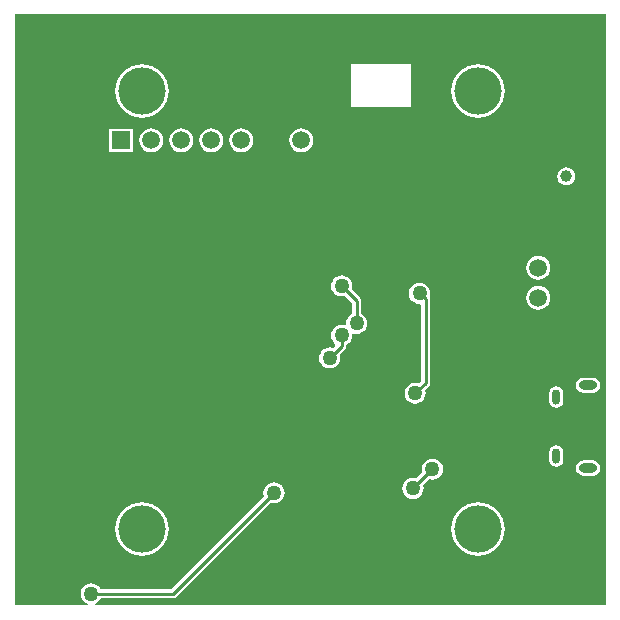
<source format=gbl>
G04*
G04 #@! TF.GenerationSoftware,Altium Limited,Altium Designer,18.1.11 (251)*
G04*
G04 Layer_Physical_Order=2*
G04 Layer_Color=16711680*
%FSLAX25Y25*%
%MOIN*%
G70*
G01*
G75*
%ADD14C,0.01000*%
%ADD33C,0.03937*%
%ADD34R,0.03937X0.03937*%
%ADD56C,0.05906*%
%ADD57R,0.05906X0.05906*%
%ADD58R,0.05906X0.05906*%
%ADD59O,0.06102X0.03051*%
%ADD60O,0.02559X0.05118*%
%ADD61C,0.05000*%
%ADD62C,0.15748*%
G36*
X231971Y19529D02*
X61718D01*
X61619Y20029D01*
X62265Y20297D01*
X62996Y20858D01*
X63557Y21589D01*
X63655Y21825D01*
X87795D01*
X88380Y21941D01*
X88877Y22273D01*
X120292Y53688D01*
X120527Y53590D01*
X121441Y53470D01*
X122355Y53590D01*
X123206Y53943D01*
X123937Y54504D01*
X124498Y55235D01*
X124851Y56086D01*
X124971Y57000D01*
X124851Y57914D01*
X124498Y58765D01*
X123937Y59496D01*
X123206Y60057D01*
X122355Y60410D01*
X121441Y60530D01*
X120527Y60410D01*
X119676Y60057D01*
X118945Y59496D01*
X118384Y58765D01*
X118031Y57914D01*
X117911Y57000D01*
X118031Y56086D01*
X118129Y55851D01*
X87162Y24884D01*
X63655D01*
X63557Y25119D01*
X62996Y25851D01*
X62265Y26412D01*
X61414Y26764D01*
X60500Y26884D01*
X59586Y26764D01*
X58735Y26412D01*
X58004Y25851D01*
X57443Y25119D01*
X57090Y24268D01*
X56970Y23354D01*
X57090Y22441D01*
X57443Y21589D01*
X58004Y20858D01*
X58735Y20297D01*
X59381Y20029D01*
X59282Y19529D01*
X35029D01*
Y216471D01*
X231971D01*
Y19529D01*
D02*
G37*
%LPC*%
G36*
X167000Y200000D02*
X147199D01*
Y185500D01*
X167000D01*
Y200000D01*
D02*
G37*
G36*
X189500Y199917D02*
X187760Y199746D01*
X186088Y199238D01*
X184546Y198414D01*
X183195Y197305D01*
X182086Y195954D01*
X181262Y194412D01*
X180754Y192740D01*
X180583Y191000D01*
X180754Y189260D01*
X181262Y187588D01*
X182086Y186046D01*
X183195Y184695D01*
X184546Y183586D01*
X186088Y182762D01*
X187760Y182254D01*
X189500Y182083D01*
X191240Y182254D01*
X192912Y182762D01*
X194454Y183586D01*
X195805Y184695D01*
X196914Y186046D01*
X197738Y187588D01*
X198246Y189260D01*
X198417Y191000D01*
X198246Y192740D01*
X197738Y194412D01*
X196914Y195954D01*
X195805Y197305D01*
X194454Y198414D01*
X192912Y199238D01*
X191240Y199746D01*
X189500Y199917D01*
D02*
G37*
G36*
X77500D02*
X75760Y199746D01*
X74088Y199238D01*
X72546Y198414D01*
X71195Y197305D01*
X70086Y195954D01*
X69262Y194412D01*
X68754Y192740D01*
X68583Y191000D01*
X68754Y189260D01*
X69262Y187588D01*
X70086Y186046D01*
X71195Y184695D01*
X72546Y183586D01*
X74088Y182762D01*
X75760Y182254D01*
X77500Y182083D01*
X79240Y182254D01*
X80912Y182762D01*
X82454Y183586D01*
X83805Y184695D01*
X84914Y186046D01*
X85738Y187588D01*
X86246Y189260D01*
X86417Y191000D01*
X86246Y192740D01*
X85738Y194412D01*
X84914Y195954D01*
X83805Y197305D01*
X82454Y198414D01*
X80912Y199238D01*
X79240Y199746D01*
X77500Y199917D01*
D02*
G37*
G36*
X74453Y178403D02*
X66547D01*
Y170497D01*
X74453D01*
Y178403D01*
D02*
G37*
G36*
X130500Y178437D02*
X129468Y178301D01*
X128507Y177902D01*
X127681Y177269D01*
X127047Y176443D01*
X126649Y175482D01*
X126513Y174450D01*
X126649Y173418D01*
X127047Y172456D01*
X127681Y171631D01*
X128507Y170997D01*
X129468Y170599D01*
X130500Y170463D01*
X131532Y170599D01*
X132493Y170997D01*
X133319Y171631D01*
X133953Y172456D01*
X134351Y173418D01*
X134487Y174450D01*
X134351Y175482D01*
X133953Y176443D01*
X133319Y177269D01*
X132493Y177902D01*
X131532Y178301D01*
X130500Y178437D01*
D02*
G37*
G36*
X110500D02*
X109468Y178301D01*
X108507Y177902D01*
X107681Y177269D01*
X107047Y176443D01*
X106649Y175482D01*
X106513Y174450D01*
X106649Y173418D01*
X107047Y172456D01*
X107681Y171631D01*
X108507Y170997D01*
X109468Y170599D01*
X110500Y170463D01*
X111532Y170599D01*
X112493Y170997D01*
X113319Y171631D01*
X113953Y172456D01*
X114351Y173418D01*
X114487Y174450D01*
X114351Y175482D01*
X113953Y176443D01*
X113319Y177269D01*
X112493Y177902D01*
X111532Y178301D01*
X110500Y178437D01*
D02*
G37*
G36*
X100500D02*
X99468Y178301D01*
X98507Y177902D01*
X97681Y177269D01*
X97047Y176443D01*
X96649Y175482D01*
X96513Y174450D01*
X96649Y173418D01*
X97047Y172456D01*
X97681Y171631D01*
X98507Y170997D01*
X99468Y170599D01*
X100500Y170463D01*
X101532Y170599D01*
X102493Y170997D01*
X103319Y171631D01*
X103953Y172456D01*
X104351Y173418D01*
X104487Y174450D01*
X104351Y175482D01*
X103953Y176443D01*
X103319Y177269D01*
X102493Y177902D01*
X101532Y178301D01*
X100500Y178437D01*
D02*
G37*
G36*
X90500D02*
X89468Y178301D01*
X88507Y177902D01*
X87681Y177269D01*
X87047Y176443D01*
X86649Y175482D01*
X86513Y174450D01*
X86649Y173418D01*
X87047Y172456D01*
X87681Y171631D01*
X88507Y170997D01*
X89468Y170599D01*
X90500Y170463D01*
X91532Y170599D01*
X92493Y170997D01*
X93319Y171631D01*
X93953Y172456D01*
X94351Y173418D01*
X94487Y174450D01*
X94351Y175482D01*
X93953Y176443D01*
X93319Y177269D01*
X92493Y177902D01*
X91532Y178301D01*
X90500Y178437D01*
D02*
G37*
G36*
X80500D02*
X79468Y178301D01*
X78507Y177902D01*
X77681Y177269D01*
X77047Y176443D01*
X76649Y175482D01*
X76513Y174450D01*
X76649Y173418D01*
X77047Y172456D01*
X77681Y171631D01*
X78507Y170997D01*
X79468Y170599D01*
X80500Y170463D01*
X81532Y170599D01*
X82493Y170997D01*
X83319Y171631D01*
X83953Y172456D01*
X84351Y173418D01*
X84487Y174450D01*
X84351Y175482D01*
X83953Y176443D01*
X83319Y177269D01*
X82493Y177902D01*
X81532Y178301D01*
X80500Y178437D01*
D02*
G37*
G36*
X218848Y165494D02*
X218073Y165392D01*
X217351Y165093D01*
X216731Y164617D01*
X216255Y163997D01*
X215956Y163275D01*
X215854Y162500D01*
X215956Y161725D01*
X216255Y161003D01*
X216731Y160383D01*
X217351Y159907D01*
X218073Y159608D01*
X218848Y159506D01*
X219623Y159608D01*
X220345Y159907D01*
X220965Y160383D01*
X221441Y161003D01*
X221740Y161725D01*
X221842Y162500D01*
X221740Y163275D01*
X221441Y163997D01*
X220965Y164617D01*
X220345Y165093D01*
X219623Y165392D01*
X218848Y165494D01*
D02*
G37*
G36*
X209500Y135991D02*
X208468Y135855D01*
X207507Y135457D01*
X206681Y134823D01*
X206047Y133997D01*
X205649Y133036D01*
X205513Y132004D01*
X205649Y130972D01*
X206047Y130010D01*
X206681Y129185D01*
X207507Y128551D01*
X208468Y128153D01*
X209500Y128017D01*
X210532Y128153D01*
X211493Y128551D01*
X212319Y129185D01*
X212953Y130010D01*
X213351Y130972D01*
X213487Y132004D01*
X213351Y133036D01*
X212953Y133997D01*
X212319Y134823D01*
X211493Y135457D01*
X210532Y135855D01*
X209500Y135991D01*
D02*
G37*
G36*
Y125991D02*
X208468Y125855D01*
X207507Y125457D01*
X206681Y124823D01*
X206047Y123997D01*
X205649Y123036D01*
X205513Y122004D01*
X205649Y120972D01*
X206047Y120010D01*
X206681Y119185D01*
X207507Y118551D01*
X208468Y118153D01*
X209500Y118017D01*
X210532Y118153D01*
X211493Y118551D01*
X212319Y119185D01*
X212953Y120010D01*
X213351Y120972D01*
X213487Y122004D01*
X213351Y123036D01*
X212953Y123997D01*
X212319Y124823D01*
X211493Y125457D01*
X210532Y125855D01*
X209500Y125991D01*
D02*
G37*
G36*
X144000Y129530D02*
X143086Y129410D01*
X142235Y129057D01*
X141504Y128496D01*
X140943Y127765D01*
X140590Y126914D01*
X140470Y126000D01*
X140590Y125086D01*
X140943Y124235D01*
X141504Y123504D01*
X142235Y122943D01*
X143086Y122590D01*
X144000Y122470D01*
X144914Y122590D01*
X145149Y122688D01*
X147471Y120367D01*
Y116655D01*
X147235Y116557D01*
X146504Y115996D01*
X145943Y115265D01*
X145590Y114414D01*
X145470Y113500D01*
X145519Y113128D01*
X145122Y112824D01*
X144914Y112910D01*
X144000Y113030D01*
X143086Y112910D01*
X142235Y112557D01*
X141504Y111996D01*
X140943Y111265D01*
X140590Y110414D01*
X140470Y109500D01*
X140590Y108586D01*
X140943Y107735D01*
X141504Y107004D01*
X141860Y106730D01*
X141904Y106067D01*
X141149Y105312D01*
X140914Y105410D01*
X140000Y105530D01*
X139086Y105410D01*
X138235Y105057D01*
X137504Y104496D01*
X136943Y103765D01*
X136590Y102914D01*
X136470Y102000D01*
X136590Y101086D01*
X136943Y100235D01*
X137504Y99504D01*
X138235Y98943D01*
X139086Y98590D01*
X140000Y98470D01*
X140914Y98590D01*
X141765Y98943D01*
X142496Y99504D01*
X143057Y100235D01*
X143410Y101086D01*
X143530Y102000D01*
X143410Y102914D01*
X143312Y103149D01*
X145081Y104919D01*
X145413Y105415D01*
X145529Y106000D01*
Y106345D01*
X145765Y106443D01*
X146496Y107004D01*
X147057Y107735D01*
X147410Y108586D01*
X147530Y109500D01*
X147481Y109872D01*
X147878Y110176D01*
X148086Y110090D01*
X149000Y109970D01*
X149914Y110090D01*
X150765Y110443D01*
X151496Y111004D01*
X152057Y111735D01*
X152410Y112586D01*
X152530Y113500D01*
X152410Y114414D01*
X152057Y115265D01*
X151496Y115996D01*
X150765Y116557D01*
X150529Y116655D01*
Y121000D01*
X150413Y121585D01*
X150081Y122081D01*
X147312Y124851D01*
X147410Y125086D01*
X147530Y126000D01*
X147410Y126914D01*
X147057Y127765D01*
X146496Y128496D01*
X145765Y129057D01*
X144914Y129410D01*
X144000Y129530D01*
D02*
G37*
G36*
X169989Y127030D02*
X169075Y126910D01*
X168224Y126557D01*
X167492Y125996D01*
X166931Y125265D01*
X166579Y124414D01*
X166458Y123500D01*
X166579Y122586D01*
X166931Y121735D01*
X167492Y121004D01*
X168224Y120443D01*
X169075Y120090D01*
X169989Y119970D01*
X170095Y119984D01*
X170471Y119654D01*
Y94315D01*
X169649Y93493D01*
X169414Y93591D01*
X168500Y93711D01*
X167586Y93591D01*
X166735Y93238D01*
X166004Y92677D01*
X165443Y91946D01*
X165090Y91095D01*
X164970Y90181D01*
X165090Y89267D01*
X165443Y88416D01*
X166004Y87685D01*
X166735Y87124D01*
X167586Y86771D01*
X168500Y86651D01*
X169414Y86771D01*
X170265Y87124D01*
X170996Y87685D01*
X171557Y88416D01*
X171910Y89267D01*
X172030Y90181D01*
X171910Y91095D01*
X171812Y91330D01*
X173081Y92600D01*
X173413Y93096D01*
X173529Y93681D01*
Y121489D01*
X173413Y122074D01*
X173273Y122283D01*
X173399Y122586D01*
X173519Y123500D01*
X173399Y124414D01*
X173046Y125265D01*
X172485Y125996D01*
X171754Y126557D01*
X170902Y126910D01*
X169989Y127030D01*
D02*
G37*
G36*
X227656Y95414D02*
X224604D01*
X223619Y95218D01*
X222783Y94659D01*
X222225Y93824D01*
X222029Y92839D01*
X222225Y91853D01*
X222783Y91018D01*
X223619Y90460D01*
X224604Y90263D01*
X227656D01*
X228641Y90460D01*
X229476Y91018D01*
X230035Y91853D01*
X230231Y92839D01*
X230035Y93824D01*
X229476Y94659D01*
X228641Y95218D01*
X227656Y95414D01*
D02*
G37*
G36*
X215500Y92505D02*
X214611Y92328D01*
X213857Y91825D01*
X213353Y91070D01*
X213176Y90181D01*
Y87622D01*
X213353Y86733D01*
X213857Y85979D01*
X214611Y85475D01*
X215500Y85298D01*
X216389Y85475D01*
X217143Y85979D01*
X217647Y86733D01*
X217824Y87622D01*
Y90181D01*
X217647Y91070D01*
X217143Y91825D01*
X216389Y92328D01*
X215500Y92505D01*
D02*
G37*
G36*
Y72820D02*
X214611Y72643D01*
X213857Y72140D01*
X213353Y71386D01*
X213176Y70496D01*
Y67937D01*
X213353Y67048D01*
X213857Y66294D01*
X214611Y65790D01*
X215500Y65613D01*
X216389Y65790D01*
X217143Y66294D01*
X217647Y67048D01*
X217824Y67937D01*
Y70496D01*
X217647Y71386D01*
X217143Y72140D01*
X216389Y72643D01*
X215500Y72820D01*
D02*
G37*
G36*
X227656Y67855D02*
X224604D01*
X223619Y67659D01*
X222783Y67100D01*
X222225Y66265D01*
X222029Y65280D01*
X222225Y64294D01*
X222783Y63459D01*
X223619Y62901D01*
X224604Y62704D01*
X227656D01*
X228641Y62901D01*
X229476Y63459D01*
X230035Y64294D01*
X230231Y65280D01*
X230035Y66265D01*
X229476Y67100D01*
X228641Y67659D01*
X227656Y67855D01*
D02*
G37*
G36*
X174265Y68420D02*
X173351Y68300D01*
X172500Y67947D01*
X171769Y67386D01*
X171208Y66655D01*
X170855Y65804D01*
X170735Y64890D01*
X170855Y63976D01*
X170928Y63800D01*
X168914Y61786D01*
X168679Y61884D01*
X167765Y62004D01*
X166851Y61884D01*
X166000Y61531D01*
X165269Y60970D01*
X164708Y60239D01*
X164355Y59387D01*
X164235Y58474D01*
X164355Y57560D01*
X164708Y56709D01*
X165269Y55978D01*
X166000Y55417D01*
X166851Y55064D01*
X167765Y54944D01*
X168679Y55064D01*
X169530Y55417D01*
X170261Y55978D01*
X170822Y56709D01*
X171175Y57560D01*
X171295Y58474D01*
X171175Y59387D01*
X171077Y59623D01*
X173056Y61602D01*
X173351Y61480D01*
X174265Y61360D01*
X175179Y61480D01*
X176030Y61833D01*
X176761Y62394D01*
X177322Y63125D01*
X177675Y63976D01*
X177795Y64890D01*
X177675Y65804D01*
X177322Y66655D01*
X176761Y67386D01*
X176030Y67947D01*
X175179Y68300D01*
X174265Y68420D01*
D02*
G37*
G36*
X189500Y53917D02*
X187760Y53746D01*
X186088Y53238D01*
X184546Y52414D01*
X183195Y51305D01*
X182086Y49954D01*
X181262Y48412D01*
X180754Y46740D01*
X180583Y45000D01*
X180754Y43260D01*
X181262Y41588D01*
X182086Y40046D01*
X183195Y38695D01*
X184546Y37586D01*
X186088Y36762D01*
X187760Y36254D01*
X189500Y36083D01*
X191240Y36254D01*
X192912Y36762D01*
X194454Y37586D01*
X195805Y38695D01*
X196914Y40046D01*
X197738Y41588D01*
X198246Y43260D01*
X198417Y45000D01*
X198246Y46740D01*
X197738Y48412D01*
X196914Y49954D01*
X195805Y51305D01*
X194454Y52414D01*
X192912Y53238D01*
X191240Y53746D01*
X189500Y53917D01*
D02*
G37*
G36*
X77500D02*
X75760Y53746D01*
X74088Y53238D01*
X72546Y52414D01*
X71195Y51305D01*
X70086Y49954D01*
X69262Y48412D01*
X68754Y46740D01*
X68583Y45000D01*
X68754Y43260D01*
X69262Y41588D01*
X70086Y40046D01*
X71195Y38695D01*
X72546Y37586D01*
X74088Y36762D01*
X75760Y36254D01*
X77500Y36083D01*
X79240Y36254D01*
X80912Y36762D01*
X82454Y37586D01*
X83805Y38695D01*
X84914Y40046D01*
X85738Y41588D01*
X86246Y43260D01*
X86417Y45000D01*
X86246Y46740D01*
X85738Y48412D01*
X84914Y49954D01*
X83805Y51305D01*
X82454Y52414D01*
X80912Y53238D01*
X79240Y53746D01*
X77500Y53917D01*
D02*
G37*
%LPD*%
D14*
X172000Y93681D02*
Y121489D01*
X168500Y90181D02*
X172000Y93681D01*
X169989Y123500D02*
X172000Y121489D01*
X174181Y64890D02*
X174265D01*
X167765Y58474D02*
X174181Y64890D01*
X149000Y113500D02*
Y121000D01*
X140000Y102000D02*
X144000Y106000D01*
Y109500D01*
Y126000D02*
X149000Y121000D01*
X87795Y23354D02*
X121441Y57000D01*
X60500Y23354D02*
X87795D01*
D33*
X218848Y162500D02*
D03*
D34*
Y157500D02*
D03*
D56*
X209500Y132004D02*
D03*
Y122004D02*
D03*
X130500Y174450D02*
D03*
X120500D02*
D03*
X110500D02*
D03*
X100500D02*
D03*
X80500D02*
D03*
X90500D02*
D03*
D57*
X209500Y112004D02*
D03*
D58*
X70500Y174450D02*
D03*
D59*
X226130Y92839D02*
D03*
Y65280D02*
D03*
D60*
X215500Y88902D02*
D03*
Y69217D02*
D03*
D61*
X154000Y166000D02*
D03*
X169989Y123500D02*
D03*
X168500Y90181D02*
D03*
X174265Y64890D02*
D03*
X167765Y58474D02*
D03*
X188500Y120972D02*
D03*
X82000Y59500D02*
D03*
X172500Y147500D02*
D03*
X48500Y192500D02*
D03*
X209000Y84500D02*
D03*
X181500Y65000D02*
D03*
X168000Y107000D02*
D03*
X166000Y96500D02*
D03*
X149000Y113500D02*
D03*
X140000Y102000D02*
D03*
X144000Y109500D02*
D03*
Y126000D02*
D03*
X49000Y213000D02*
D03*
X141000Y75500D02*
D03*
X124000Y75000D02*
D03*
X48500Y44000D02*
D03*
X218848D02*
D03*
X218500Y192500D02*
D03*
X219000Y213000D02*
D03*
X218500Y23354D02*
D03*
X121441Y57000D02*
D03*
X60500Y23354D02*
D03*
X42000Y29500D02*
D03*
D62*
X189500Y191000D02*
D03*
Y45000D02*
D03*
X77500D02*
D03*
Y191000D02*
D03*
M02*

</source>
